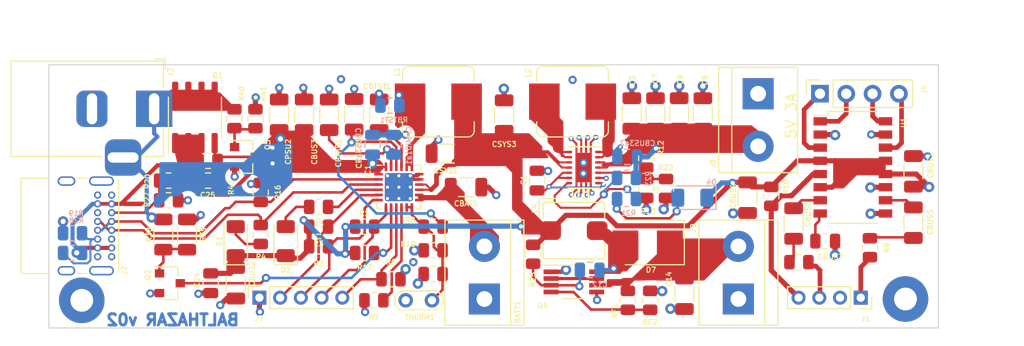
<source format=kicad_pcb>
(kicad_pcb (version 20220914) (generator pcbnew)
  (title_block (title "Balthazar PSU") (date "2022-10-11") (rev "v02") (company "Balthazar Foundation ") (comment 1 "License: CERN-OHL-S"))
  (layers (0 "F.Cu" signal) (1 "In1.Cu" power) (2 "In2.Cu" power) (31 "B.Cu" signal) (34 "B.Paste" user) (35 "F.Paste" user) (36 "B.SilkS" user "B.Silkscreen") (37 "F.SilkS" user "F.Silkscreen") (38 "B.Mask" user) (39 "F.Mask" user) (44 "Edge.Cuts" user))
  (net 0 "")
  (net 1 "PGND")
  (net 2 "Net-(CBTST1-Pad1)")
  (net 3 "Net-(BATT1-Pin_2)")
  (net 4 "VSYS")
  (net 5 "VBUS")
  (net 6 "Net-(CBUS5-Pad1)")
  (net 7 "Net-(U4-FREQ)")
  (net 8 "Net-(CBUS8-Pad1)")
  (net 9 "Net-(D7-A)")
  (net 10 "12V")
  (net 11 "Net-(Q1-G)")
  (net 12 "Net-(IC1-BTST)")
  (net 13 "Net-(U1-IN_R)")
  (net 14 "Net-(U1-VREF)")
  (net 15 "Net-(U1-IN_L)")
  (net 16 "Net-(IC1-REGN)")
  (net 17 "Net-(D1-C)")
  (net 18 "Net-(D2-C)")
  (net 19 "Net-(D4-C)")
  (net 20 "/D+")
  (net 21 "/D-")
  (net 22 "Net-(IC1-STAT)")
  (net 23 "/SCL")
  (net 24 "/SDA")
  (net 25 "/INT")
  (net 26 "/OTG")
  (net 27 "/CE")
  (net 28 "Net-(IC1-ILIM)")
  (net 29 "Net-(IC1-TS1)")
  (net 30 "Net-(IC1-SW)")
  (net 31 "Net-(J1-Pin_1)")
  (net 32 "Net-(J1-Pin_3)")
  (net 33 "Net-(J1-Pin_4)")
  (net 34 "Net-(J2-CC1)")
  (net 36 "5V")
  (net 37 "Net-(J2-CC2)")
  (net 39 "Net-(J4-Pin_1)")
  (net 40 "Net-(J4-Pin_2)")
  (net 41 "VPSU")
  (net 42 "Net-(J4-Pin_3)")
  (net 43 "POWERBANKOUT")
  (net 44 "Net-(J4-Pin_4)")
  (net 45 "Net-(Q2-G)")
  (net 46 "Net-(Q3-G)")
  (net 47 "Net-(U4-FB)")
  (net 48 "Net-(U3-EN)")
  (net 49 "Net-(U3-L1)")
  (net 50 "Net-(U3-L2)")
  (net 51 "Net-(U3-PG)")
  (net 52 "Net-(U3-FB)")
  (footprint "Capacitor_SMD:C_1206_3216Metric" (layer "F.Cu") (at 141.1 69.85 180)
    (fp_text reference "CBAT1")
    (fp_text value "10uF")
  )
  (footprint "Capacitor_SMD:C_1206_3216Metric" (layer "F.Cu") (at 132.715 62.865 -90)
    (fp_text reference "CBTST1")
    (fp_text value "1uF")
  )
  (footprint "Capacitor_SMD:C_1206_3216Metric" (layer "F.Cu") (at 184.277 68.326 -90)
    (fp_text reference "CBUS1")
    (fp_text value "10uF")
  )
  (footprint "Capacitor_SMD:C_1206_3216Metric" (layer "F.Cu") (at 118.872 79.121 -90)
    (fp_text reference "CBUS2")
    (fp_text value "1uF")
  )
  (footprint "Capacitor_SMD:C_1206_3216Metric" (layer "F.Cu") (at 125.476 62.865 -90)
    (fp_text reference "CBUS3")
    (fp_text value "1uF")
  )
  (footprint "Capacitor_SMD:C_1206_3216Metric" (layer "F.Cu") (at 168.275 70.866 90)
    (fp_text reference "CBUS4")
    (fp_text value "10uF")
  )
  (footprint "Capacitor_SMD:C_1206_3216Metric" (layer "F.Cu") (at 184.277 73.279 90)
    (fp_text reference "CBUS5")
    (fp_text value "1uF")
  )
  (footprint "Capacitor_SMD:C_0805_2012Metric" (layer "F.Cu") (at 175.768 75.057 180)
    (fp_text reference "CBUS7")
    (fp_text value "0.1uF")
  )
  (footprint "Capacitor_SMD:C_1206_3216Metric" (layer "F.Cu") (at 172.72 73.357 90)
    (fp_text reference "CBUS8")
    (fp_text value "1uF")
  )
  (footprint "Capacitor_SMD:C_1206_3216Metric" (layer "F.Cu") (at 127.889 62.865 -90)
    (fp_text reference "CPMID1")
    (fp_text value "10uF")
  )
  (footprint "Capacitor_SMD:C_1206_3216Metric" (layer "F.Cu") (at 139.2555 66.6115 180)
    (fp_text reference "CSYS1")
    (fp_text value "10uF")
  )
  (footprint "LED_SMD:LED_1206_3216Metric" (layer "F.Cu") (at 118.872 75.057 90)
    (fp_text reference "D1")
    (fp_text value "Led")
  )
  (footprint "LED_SMD:LED_1206_3216Metric" (layer "F.Cu") (at 123.698 75.057 90)
    (fp_text reference "D2")
    (fp_text value "Led")
  )
  (footprint "Resistor_SMD:R_0805_2012Metric" (layer "F.Cu") (at 121.285 74.422 -90)
    (fp_text reference "R4")
    (fp_text value "2K2")
  )
  (footprint "Resistor_SMD:R_0805_2012Metric" (layer "F.Cu") (at 126.873 71.755 180)
    (fp_text reference "R5")
    (fp_text value "2K2")
  )
  (footprint "Resistor_SMD:R_0805_2012Metric" (layer "F.Cu") (at 132.207 80.772 180)
    (fp_text reference "R7")
    (fp_text value "265")
  )
  (footprint "Resistor_SMD:R_0805_2012Metric" (layer "F.Cu") (at 137.925 73.66 180)
    (fp_text reference "R8")
    (fp_text value "2K2")
  )
  (footprint "Resistor_SMD:R_0805_2012Metric" (layer "F.Cu") (at 180.086 75.692 -90)
    (fp_text reference "R9")
    (fp_text value "2K2")
  )
  (footprint "Resistor_SMD:R_0805_2012Metric" (layer "F.Cu") (at 137.922 75.946 180)
    (fp_text reference "R10")
    (fp_text value "6K8")
  )
  (footprint "Resistor_SMD:R_0805_2012Metric" (layer "F.Cu") (at 173.228 77.089)
    (fp_text reference "R11" hide)
    (fp_text value "2K2")
  )
  (footprint "Capacitor_SMD:C_0805_2012Metric" (layer "F.Cu") (at 147.955 69.215 90)
    (fp_text reference "C1")
    (fp_text value "0.1uF" hide)
  )
  (footprint "Capacitor_SMD:C_1206_3216Metric" (layer "F.Cu") (at 157.099 62.738 90)
    (fp_text reference "C3")
    (fp_text value "22uF")
  )
  (footprint "Capacitor_SMD:C_1206_3216Metric" (layer "F.Cu") (at 163.957 62.741 90)
    (fp_text reference "C5")
    (fp_text value "22uF")
  )
  (footprint "Capacitor_SMD:C_1206_3216Metric" (layer "F.Cu") (at 159.385 62.735 90)
    (fp_text reference "C7")
    (fp_text value "22uF")
  )
  (footprint "Capacitor_SMD:C_1206_3216Metric" (layer "F.Cu") (at 161.671 62.738 90)
    (fp_text reference "C9")
    (fp_text value "22uF")
  )
  (footprint "Capacitor_SMD:C_1206_3216Metric" (layer "F.Cu") (at 123.063 62.865 -90)
    (fp_text reference "CPSU2")
    (fp_text value "1uF")
  )
  (footprint "Capacitor_SMD:C_1206_3216Metric" (layer "F.Cu") (at 144.78 62.943 90)
    (fp_text reference "CSYS3")
    (fp_text value "10uF")
  )
  (footprint "Resistor_SMD:R_0805_2012Metric" (layer "F.Cu") (at 158.496 67.056 90)
    (fp_text reference "R12")
    (fp_text value "1M")
  )
  (footprint "Resistor_SMD:R_0805_2012Metric" (layer "F.Cu") (at 158.496 69.977 90)
    (fp_text reference "R13")
    (fp_text value "180K")
  )
  (footprint "Resistor_SMD:R_0805_2012Metric" (layer "F.Cu") (at 137.922 78.232)
    (fp_text reference "THERMISTOR(103-AT)1" hide)
    (fp_text value "10K")
  )
  (footprint "Capacitor_SMD:C_1206_3216Metric" (layer "F.Cu") (at 130.302 62.816 -90)
    (fp_text reference "CREGN1")
    (fp_text value "1uF")
  )
  (footprint "Package_SO:SOP-16_4.4x10.4mm_P1.27mm" (layer "F.Cu") (at 178.435 67.945)
    (fp_text reference "U1")
    (fp_text value "PAM8403-SOP16")
  )
  (footprint "Resistor_SMD:R_0805_2012Metric" (layer "F.Cu") (at 170.561 70.739 -90)
    (fp_text reference "R18")
    (fp_text value "10K")
  )
  (footprint "Package_DFN_QFN:QFN-24-1EP_4x4mm_P0.5mm_EP2.7x2.7mm_ThermalVias" (layer "F.Cu") (at 134.62 69.85)
    (fp_text reference "IC1")
    (fp_text value "BQ24193")
  )
  (footprint "TestPoint:TestPoint_2Pads_Pitch2.54mm_Drill0.8mm" (layer "F.Cu") (at 135.275 80.772)
    (fp_text reference "THERM1")
    (fp_text value "thermistor")
  )
  (footprint "Resistor_SMD:R_0805_2012Metric" (layer "F.Cu") (at 147.574 76.327 90)
    (fp_text reference "R25")
    (fp_text value "150K")
  )
  (footprint "TerminalBlock:TerminalBlock_bornier-2_P5.08mm" (layer "F.Cu") (at 142.875 80.645 90)
    (fp_text reference "BATT1")
    (fp_text value "1s LiPo")
  )
  (footprint "TerminalBlock:TerminalBlock_bornier-2_P5.08mm" (layer "F.Cu") (at 169.291 60.833 -90)
    (fp_text reference "J8")
    (fp_text value "5V 3A")
  )
  (footprint "TerminalBlock:TerminalBlock_bornier-2_P5.08mm" (layer "F.Cu") (at 167.386 80.645 90)
    (fp_text reference "J9")
    (fp_text value "12V 2A")
  )
  (footprint "Connector_USB:USB_C_Receptacle_GCT_USB4085" (layer "F.Cu") (at 106.895 70.612 -90)
    (fp_text reference "J2")
    (fp_text value "USB_C_Receptacle_USB2.0")
  )
  (footprint "Inductor_SMD:L_Bourns_SRP7028A_7.3x6.6mm" (layer "F.Cu") (at 138.43 61.595)
    (fp_text reference "L1")
    (fp_text value "2.2uH 4A")
  )
  (footprint "Inductor_SMD:L_Bourns_SRP7028A_7.3x6.6mm" (layer "F.Cu") (at 151.384 61.595)
    (fp_text reference "L2")
    (fp_text value "1.5uH 4A")
  )
  (footprint "Connector_BarrelJack:BarrelJack_Horizontal" (layer "F.Cu") (at 110.998 62.2885)
    (fp_text reference "J3")
    (fp_text value "5-15V / 3-5A")
  )
  (footprint "Capacitor_SMD:C_0805_2012Metric" (layer "F.Cu") (at 116.459 79.121 90)
    (fp_text reference "C24")
    (fp_text value "0.1uF")
  )
  (footprint "Capacitor_SMD:C_0805_2012Metric" (layer "F.Cu") (at 116.205 69.215 180)
    (fp_text reference "C25")
    (fp_text value "1nF")
  )
  (footprint "Package_TO_SOT_SMD:SOT-23" (layer "F.Cu") (at 112.522 79.121)
    (fp_text reference "Q2")
    (fp_text value "BSS138")
  )
  (footprint "Package_TO_SOT_SMD:SOT-23" (layer "F.Cu") (at 119.761 66.929)
    (fp_text reference "Q3")
    (fp_text value "BSS138")
  )
  (footprint "Resistor_SMD:R_0805_2012Metric" (layer "F.Cu") (at 112.395 69.215)
    (fp_text reference "R20")
    (fp_text value "56K")
  )
  (footprint "Resistor_SMD:R_0805_2012Metric" (layer "F.Cu") (at 112.395 71.12 180)
    (fp_text reference "R27")
    (fp_text value "5K1")
  )
  (footprint "Resistor_SMD:R_0805_2012Metric" (layer "F.Cu") (at 118.745 63.246 -90)
    (fp_text reference "R40")
    (fp_text value "262K")
  )
  (footprint "Resistor_SMD:R_0805_2012Metric" (layer "F.Cu") (at 120.777 63.246 90)
    (fp_text reference "R41")
    (fp_text value "100K")
  )
  (footprint "Resistor_SMD:R_0805_2012Metric" (layer "F.Cu") (at 116.205 67.31)
    (fp_text reference "R42")
    (fp_text value "10K")
  )
  (footprint "Resistor_SMD:R_0805_2012Metric" (layer "F.Cu") (at 131.318 73.66 180)
    (fp_text reference "R1")
    (fp_text value "10K")
  )
  (footprint "Resistor_SMD:R_0805_2012Metric" (layer "F.Cu") (at 126.873 75.565 180)
    (fp_text reference "R2")
    (fp_text value "10K")
  )
  (footprint "Resistor_SMD:R_0805_2012Metric" (layer "F.Cu") (at 126.873 73.66 180)
    (fp_text reference "R3")
    (fp_text value "10K")
  )
  (footprint "Resistor_SMD:R_0805_2012Metric" (layer "F.Cu") (at 133.855 78.74)
    (fp_text reference "R6")
    (fp_text value "10K")
  )
  (footprint "Resistor_SMD:R_0805_2012Metric" (layer "F.Cu") (at 121.285 70.358 -90)
    (fp_text reference "R16")
    (fp_text value "10K")
  )
  (footprint "Resistor_SMD:R_0805_2012Metric" (layer "F.Cu") (at 131.315 76.2 180)
    (fp_text reference "R17")
    (fp_text value "10K")
  )
  (footprint "Connector_PinSocket_2.54mm:PinSocket_1x04_P2.54mm_Vertical" (layer "F.Cu") (at 175.26 60.833 90)
    (fp_text reference "J4")
    (fp_text value "AudioOUT")
  )
  (footprint "Connector_PinSocket_2.00mm:PinSocket_1x05_P2.00mm_Vertical" (layer "F.Cu") (at 121.158 80.518 90)
    (fp_text reference "J7")
    (fp_text value "uC host")
  )
  (footprint "Connector_PinSocket_2.00mm:PinSocket_1x04_P2.00mm_Vertical" (layer "F.Cu") (at 179.197 80.518 -90)
    (fp_text reference "J1")
    (fp_text value "AudioIN")
  )
  (footprint "Resistor_SMD:R_1206_3216Metric" (layer "F.Cu") (at 111.887 74.422 -90)
    (fp_text reference "R38")
    (fp_text value "120K")
  )
  (footprint "Resistor_SMD:R_1206_3216Metric" (layer "F.Cu") (at 114.173 74.422 90)
    (fp_text reference "R39")
    (fp_text value "49K9")
  )
  (footprint "MountingHole:MountingHole_2.2mm_M2_Pad" (layer "F.Cu") (at 104.013 80.772)
    (fp_text reference "H3" hide)
    (fp_text value "hole" hide)
  )
  (footprint "MountingHole:MountingHole_2.2mm_M2_Pad" (layer "F.Cu") (at 183.515 80.645 180)
    (fp_text reference "H4" hide)
    (fp_text value "MountingHole_Pad" hide)
  )
  (footprint "Package_SO:SOIC-8_3.9x4.9mm_P1.27mm" (layer "F.Cu") (at 114.935 63.119 90)
    (fp_text reference "Q1")
    (fp_text value "IRF7404")
  )
  (footprint "Capacitor_SMD:C_1206_3216Metric" (layer "F.Cu") (at 162.179 80.137 -90)
    (fp_text reference "C14")
    (fp_text value "22uF")
  )
  (footprint "Resistor_SMD:R_0805_2012Metric" (layer "F.Cu") (at 158.877 80.772 -90)
    (fp_text reference "RF2")
    (fp_text value "100K")
  )
  (footprint "Resistor_SMD:R_0805_2012Metric" (layer "F.Cu") (at 156.718 80.772 90)
    (fp_text reference "RF1")
    (fp_text value "820K")
  )
  (footprint "Inductor_SMD:L_Bourns_SRP5030T" (layer "F.Cu") (at 151.511 74.041)
    (fp_text reference "L4")
    (fp_text value "4.7uH 2A")
  )
  (footprint "Diode_SMD:D_SMB" (layer "F.Cu") (at 158.623 75.184 180)
    (fp_text reference "D7")
    (fp_text value "B320")
  )
  (footprint "Resistor_SMD:R_0805_2012Metric" (layer "F.Cu") (at 160.401 69.977 90)
    (fp_text reference "R22")
    (fp_text value "270K")
  )
  (footprint "TPS63020:QFN14-3X4MM" (layer "F.Cu") (at 152.45 67.9575 180)
    (fp_text reference "U3")
    (fp_text value "TPS63020")
  )
  (footprint "Package_SO:VSSOP-8_3.0x3.0mm_P0.65mm" (layer "F.Cu") (at 151.511 78.994)
    (fp_text reference "U4")
    (fp_text value "LM2623")
  )
  (footprint "LED_SMD:LED_1206_3216Metric" (layer "B.Cu") (at 162.941 70.866 180)
    (fp_text reference "D4")
    (fp_text value "Led")
  )
  (footprint "Resistor_SMD:R_0805_2012Metric" (layer "B.Cu") (at 156.591 70.993)
    (fp_text reference "R21")
    (fp_text value "2K2")
  )
  (footprint "Resistor_SMD:R_0805_2012Metric" (layer "B.Cu") (at 156.591 68.961)
    (fp_text reference "R23")
    (fp_text value "1M")
  )
  (footprint "Resistor_SMD:R_0805_2012Metric" (layer "B.Cu") (at 133.7545 61.976)
    (fp_text reference "RBTST1")
    (fp_text value "R")
  )
  (footprint "Capacitor_SMD:C_0805_2012Metric" (layer "B.Cu") (at 132.08 65.7605 -90)
    (fp_text reference "CBUS3a1")
    (fp_text value "0.1uF")
  )
  (footprint "Capacitor_SMD:C_0805_2012Metric" (layer "B.Cu") (at 156.652 66.929)
    (fp_text reference "CBUS3a2")
    (fp_text value "0.1uF")
  )
  (footprint "Capacitor_SMD:C_0805_2012Metric" (layer "B.Cu") (at 134.112 65.7605 -90)
    (fp_text reference "CPMID1a1")
    (fp_text value "0.1uF")
  )
  (footprint "Resistor_SMD:R_0805_2012Metric" (layer "B.Cu") (at 103.124 74.295)
    (fp_text reference "R19")
    (fp_text value "5K1")
  )
  (footprint "Resistor_SMD:R_0805_2012Metric" (layer "B.Cu") (at 103.124 76.2)
    (fp_text reference "R28")
    (fp_text value "56K")
  )
  (footprint "Capacitor_SMD:C_0805_2012Metric" (layer "B.Cu") (at 153.035 77.851)
    (fp_text reference "C12")
    (fp_text value "4.7pF")
  )
  (gr_line (start 186.69 58.039) (end 100.838 58.039) (stroke (width 0.1)) (layer "Edge.Cuts"))
  (gr_line (start 100.838 83.439) (end 186.69 83.439) (stroke (width 0.1)) (layer "Edge.Cuts"))
  (gr_line (start 186.69 83.439) (end 186.69 58.039) (stroke (width 0.1)) (layer "Edge.Cuts"))
  (gr_line (start 100.838 58.039) (end 100.838 83.439) (stroke (width 0.1)) (layer "Edge.Cuts"))
  (gr_text "BALTHAZAR v02" (at 112.79 82.67) (layer "B.Cu") (effects (font (size 1.1 1.1) (thickness 0.275)) (justify mirror)))
  (segment (start 166.919 72.341) (end 166.88 72.38) (width 0.5) (layer "F.Cu") (net 1))
  (segment (start 175.285 64.775) (end 176.675 64.775) (width 0.5) (layer "F.Cu") (net 1))
  (segment (start 136.114 75.946) (end 136.11 75.95) (width 0.4) (layer "F.Cu") (net 1))
  (segment (start 118.761 67.879) (end 118.761 68.831) (width 0.5) (layer "F.Cu") (net 1))
  (segment (start 163.957 60.103) (end 163.96 60.1) (width 0.5) (layer "F.Cu") (net 1))
  (segment (start 160.0095 79.8595) (end 160.03 79.88) (width 0.5) (layer "F.Cu") (net 1))
  (segment (start 158.877 79.8595) (end 160.0095 79.8595) (width 0.5) (layer "F.Cu") (net 1))
  (segment (start 168.275 72.341) (end 166.919 72.341) (width 0.5) (layer "F.Cu") (net 1))
  (segment (start 130.302 61.341) (end 130.302 60.368) (width 0.5) (layer "F.Cu") (net 1))
  (segment (start 136.4325 68.75) (end 135.72 68.75) (width 0.3) (layer "F.Cu") (net 1))
  (segment (start 154.58287 68.9575) (end 154.625094 68.999724) (width 0.2) (layer "F.Cu") (net 1))
  (segment (start 159.385 60.095) (end 159.39 60.09) (width 0.5) (layer "F.Cu") (net 1))
  (segment (start 152.22 69.67) (end 152.22 70.37) (width 0.2) (layer "F.Cu") (net 1))
  (segment (start 123.063 61.39) (end 123.063 60.267) (width 0.5) (layer "F.Cu") (net 1))
  (segment (start 160.401 70.8895) (end 160.401 71.759) (width 0.5) (layer "F.Cu") (net 1))
  (segment (start 120.777 61.213) (end 120.8 61.19) (width 0.5) (layer "F.Cu") (net 1))
  (segment (start 136.07 69.1) (end 135.72 68.75) (width 0.3) (layer "F.Cu") (net 1))
  (segment (start 137.0095 75.946) (end 136.114 75.946) (width 0.4) (layer "F.Cu") (net 1))
  (segment (start 159.385 61.26) (end 159.385 60.095) (width 0.5) (layer "F.Cu") (net 1))
  (segment (start 152.22 66.245) (end 152.22 65.3) (width 0.2) (layer "F.Cu") (net 1))
  (segment (start 152.68 65.25) (end 152.85 65.08) (width 0.2) (layer "F.Cu") (net 1))
  (segment (start 151.76 70.08) (end 151.26 70.58) (width 0.2) (layer "F.Cu") (net 1))
  (segment (start 181.585 64.775) (end 180.218 64.775) (width 0.5) (layer "F.Cu") (net 1))
  (segment (start 158.496 70.8895) (end 158.496 72.021839) (width 0.5) (layer "F.Cu") (net 1))
  (segment (start 111.522 80.071) (end 110.659 80.071) (width 0.5) (layer "F.Cu") (net 1))
  (segment (start 181.585 72.395) (end 180.165 72.395) (width 0.5) (layer "F.Cu") (net 1))
  (segment (start 131.2945 80.772) (end 131.2945 81.8345) (width 0.5) (layer "F.Cu") (net 1))
  (segment (start 181.585 69.855) (end 180.155 69.855) (width 0.5) (layer "F.Cu") (net 1))
  (segment (start 144.78 61.468) (end 144.78 60.38) (width 0.5) (layer "F.Cu") (net 1))
  (segment (start 136.5825 68.6) (end 136.4325 68.75) (width 0.3) (layer "F.Cu") (net 1))
  (segment (start 163.957 61.266) (end 163.957 60.103) (width 0.5) (layer "F.Cu") (net 1))
  (segment (start 127.889 61.39) (end 127.889 60.351) (width 0.5) (layer "F.Cu") (net 1))
  (segment (start 160.862 81.612) (end 160.83 81.58) (width 0.5) (layer "F.Cu") (net 1))
  (segment (start 176.718 75.057) (end 176.718 76.392) (width 0.5) (layer "F.Cu") (net 1))
  (segment (start 162.179 81.612) (end 160.862 81.612) (width 0.5) (layer "F.Cu") (net 1))
  (segment (start 121.158 80.518) (end 121.158 81.838) (width 0.5) (layer "F.Cu") (net 1))
  (segment (start 142.575 69.85) (end 143.256 69.85) (width 0.5) (layer "F.Cu") (net 1))
  (segment (start 120.455164 69.4455) (end 120.355408 69.545256) (width 0.5) (layer "F.Cu") (net 1))
  (segment (start 152.68 69.67) (end 152.68 70.49) (width 0.2) (layer "F.Cu") (net 1))
  (segment (start 148.995 68.265) (end 149.02 68.29) (width 0.5) (layer "F.Cu") (net 1))
  (segment (start 151.76 65.67) (end 151.25 65.16) (width 0.2) (layer "F.Cu") (net 1))
  (segment (start 120.777 62.3335) (end 120.777 61.213) (width 0.5) (layer "F.Cu") (net 1))
  (segment (start 149.311 78.019) (end 150.546244 78.019) (width 0.4) (layer "F.Cu") (net 1))
  (segment (start 121.158 81.838) (end 121.21 81.89) (width 0.5) (layer "F.Cu") (net 1))
  (segment (start 143.256 69.85) (end 144.018 70.612) (width 0.5) (layer "F.Cu") (net 1))
  (segment (start 115.339 80.071) (end 115.27 80.14) (width 0.5) (layer "F.Cu") (net 1))
  (segment (start 152.68 70.49) (end 152.8 70.61) (width 0.2) (layer "F.Cu") (net 1))
  (segment (start 137.0095 78.6005) (end 136.46 79.15) (width 0.4) (layer "F.Cu") (net 1))
  (segment (start 153.14 65.53) (end 153.62 65.05) (width 0.2) (layer "F.Cu") (net 1))
  (segment (start 153.85 68.9575) (end 154.58287 68.9575) (width 0.2) (layer "F.Cu") (net 1))
  (segment (start 134.7675 78.2725) (end 135.27 77.77) (width 0.4) (layer "F.Cu") (net 1))
  (segment (start 116.459 80.071) (end 115.339 80.071) (width 0.5) (layer "F.Cu") (net 1))
  (segment (start 152.22 70.37) (end 151.98 70.61) (width 0.2) (layer "F.Cu") (net 1))
  (segment (start 147.955 68.265) (end 148.995 68.265) (width 0.5) (layer "F.Cu") (net 1))
  (segment (start 131.2945 81.8345) (end 131.36 81.9) (width 0.5) (layer "F.Cu") (net 1))
  (segment (start 125.476 61.39) (end 125.476 60.336) (width 0.5) (layer "F.Cu") (net 1))
  (segment (start 136.5825 69.1) (end 136.07 69.1) (width 0.3) (layer "F.Cu") (net 1))
  (segment (start 137.7805 65.9275) (end 138.43 65.278) (width 0.5) (layer "F.Cu") (net 1))
  (segment (start 153.711 79.969) (end 153.711 80.701) (width 0.3) (layer "F.Cu") (net 1))
  (segment (start 151.76 66.245) (end 151.76 65.67) (width 0.2) (layer "F.Cu") (net 1))
  (segment (start 137.0095 78.232) (end 137.0095 78.6005) (width 0.4) (layer "F.Cu") (net 1))
  (segment (start 153.14 70.300906) (end 153.251 70.411906) (width 0.2) (layer "F.Cu") (net 1))
  (segment (start 157.099 60.111) (end 157.12 60.09) (width 0.5) (layer "F.Cu") (net 1))
  (segment (start 134.7675 78.74) (end 134.7675 78.2725) (width 0.4) (layer "F.Cu") (net 1))
  (segment (start 185.601 66.851) (end 185.64 66.89) (width 0.5) (layer "F.Cu") (net 1))
  (segment (start 127.889 60.351) (end 127.89 60.35) (width 0.5) (layer "F.Cu") (net 1))
  (segment (start 150.546244 78.019) (end 150.745744 77.8195) (width 0.4) (layer "F.Cu") (net 1))
  (segment (start 153.711 80.701) (end 153.75 80.74) (width 0.3) (layer "F.Cu") (net 1))
  (segment (start 125.476 60.336) (end 125.4 60.26) (width 0.5) (layer "F.Cu") (net 1))
  (segment (start 110.659 80.071) (end 110.62 80.11) (width 0.5) (layer "F.Cu") (net 1))
  (segment (start 180.155 69.855) (end 180.13 69.88) (width 0.5) (layer "F.Cu") (net 1))
  (segment (start 118.872 80.596) (end 118.014 80.596) (width 0.5) (layer "F.Cu") (net 1))
  (segment (start 152.22 65.3) (end 152 65.08) (width 0.2) (layer "F.Cu") (net 1))
  (segment (start 123.063 60.267) (end 123.07 60.26) (width 0.5) (layer "F.Cu") (net 1))
  (segment (start 184.277 66.851) (end 185.601 66.851) (width 0.5) (layer "F.Cu") (net 1))
  (segment (start 157.099 61.263) (end 157.099 60.111) (width 0.5) (layer "F.Cu") (net 1))
  (segment (start 153.14 66.245) (end 153.14 65.53) (width 0.2) (layer "F.Cu") (net 1))
  (segment (start 160.401 71.759) (end 160.18 71.98) (width 0.5) (layer "F.Cu") (net 1))
  (segment (start 137.7805 66.6115) (end 137.7805 65.9275) (width 0.5) (layer "F.Cu") (net 1))
  (segment (start 152.68 66.245) (end 152.68 65.25) (width 0.2) (layer "F.Cu") (net 1))
  (segment (start 118.014 80.596) (end 117.38 81.23) (width 0.5) (layer "F.Cu") (net 1))
  (segment (start 118.761 68.831) (end 118.77 68.84) (width 0.5) (layer "F.Cu") (net 1))
  (segment (start 180.218 64.775) (end 180.213 64.77) (width 0.5) (layer "F.Cu") (net 1))
  (segment (start 113.3075 71.12) (end 114.26 71.12) (width 0.5) (layer "F.Cu") (net 1))
  (segment (start 158.496 72.021839) (end 158.508711 72.03455) (width 0.5) (layer "F.Cu") (net 1))
  (segment (start 153.14 69.67) (end 153.14 70.300906) (width 0.2) (layer "F.Cu") (net 1))
  (segment (start 121.285 69.4455) (end 120.455164 69.4455) (width 0.5) (layer "F.Cu") (net 1))
  (segment (start 151.76 69.67) (end 151.76 70.08) (width 0.2) (layer "F.Cu") (net 1))
  (segment (start 176.675 64.775) (end 176.72 64.82) (width 0.5) (layer "F.Cu") (net 1))
  (segment (start 161.671 60.091) (end 161.67 60.09) (width 0.5) (layer "F.Cu") (net 1))
  (segment (start 176.718 76.392) (end 176.71 76.4) (width 0.5) (layer "F.Cu") (net 1))
  (segment (start 144.78 60.38) (end 144.75 60.35) (width 0.5) (layer "F.Cu") (net 1))
  (segment (start 180.165 72.395) (end 180.15 72.41) (width 0.5) (layer "F.Cu") (net 1))
  (segment (start 161.671 61.263) (end 161.671 60.091) (width 0.5) (layer "F.Cu") (net 1))
  (segment (start 130.302 60.368) (end 130.31 60.36) (width 0.5) (layer "F.Cu") (net 1))
  (segment (start 115.0705 72.9595) (end 115.49 72.54) (width 0.5) (layer "F.Cu") (net 1))
  (segment (start 114.173 72.9595) (end 115.0705 72.9595) (width 0.5) (layer "F.Cu") (net 1))
  (via (at 180.213 64.77) (size 0.8) (drill 0.4) (layers "F.Cu" "B.Cu") (net 1))
  (via (at 151.384 59.4995) (size 0.8) (drill 0.4) (layers "F.Cu" "B.Cu") (net 1))
  (via (at 138.43 65.278) (size 0.8) (drill 0.4) (layers "F.Cu" "B.Cu") (net 1))
  (via (at 161.67 60.09) (size 1) (drill 0.5) (layers "F.Cu" "B.Cu") (net 1))
  (via (at 160.83 81.58) (size 1) (drill 0.5) (layers "F.Cu" "B.Cu") (net 1))
  (via (at 115.27 80.14) (size 0.8) (drill 0.4) (layers "F.Cu" "B.Cu") (net 1))
  (via (at 185.64 66.89) (size 0.8) (drill 0.4) (layers "F.Cu" "B.Cu") (net 1))
  (via (at 144.018 70.612) (size 0.8) (drill 0.4) (layers "F.Cu" "B.Cu") (net 1))
  (via (at 151.26 70.58) (size 0.5) (drill 0.25) (layers "F.Cu" "B.Cu") (net 1))
  (via (at 102.21 73.16) (size 1) (drill 0.5) (layers "F.Cu" "B.Cu") (net 1))
  (via (at 123.07 60.26) (size 0.8) (drill 0.4) (layers "F.Cu" "B.Cu") (net 1))
  (via (at 166.88 72.38) (size 1) (drill 0.5) (layers "F.Cu" "B.Cu") (net 1))
  (via (at 159.39 60.09) (size 1) (drill 0.5) (layers "F.Cu" "B.Cu") (net 1))
  (via (at 136.017 77.089) (size 0.8) (drill 0.4) (layers "F.Cu" "B.Cu") (net 1))
  (via (at 153.62 65.05) (size 0.5) (drill 0.25) (layers "F.Cu" "B.Cu") (net 1))
  (via (at 152.8 70.61) (size 0.5) (drill 0.25) (layers "F.Cu" "B.Cu") (net 1))
  (via (at 120.8 61.19) (size 0.8) (drill 0.4) (layers "F.Cu" "B.Cu") (net 1))
  (via (at 136.46 79.15) (size 1) (drill 0.5) (layers "F.Cu" "B.Cu") (net 1))
  (via (at 163.96 60.1) (size 1) (drill 0.5) (layers "F.Cu" "B.Cu") (net 1))
  (via (at 153.75 80.74) (size 0.8) (drill 0.4) (layers "F.Cu" "B.Cu") (net 1))
  (via (at 180.15 72.41) (size 1) (drill 0.5) (layers "F.Cu" "B.Cu") (net 1))
  (via (at 152.45 67.49) (size 0.8) (drill 0.4) (layers "F.Cu" "B.Cu") (net 1))
  (via (at 152 65.08) (size 0.5) (drill 0.25) (layers "F.Cu" "B.Cu") (net 1))
  (via (at 144.75 60.35) (size 1) (drill 0.5) (layers "F.Cu" "B.Cu") (net 1))
  (via (at 152.85 65.08) (size 0.5) (drill 0.25) (layers "F.Cu" "B.Cu") (net 1))
  (via (at 121.21 81.89) (size 0.8) (drill 0.4) (layers "F.Cu" "B.Cu") (net 1))
  (via (at 135.25 64.8) (size 0.8) (drill 0.4) (layers "F.Cu" "B.Cu") (net 1))
  (via (at 157.12 60.09) (size 1) (drill 0.5) (layers "F.Cu" "B.Cu") (net 1))
  (via (at 151.98 70.61) (size 0.5) (drill 0.25) (layers "F.Cu" "B.Cu") (net 1))
  (via (at 114.26 71.12) (size 0.8) (drill 0.4) (layers "F.Cu" "B.Cu") (net 1))
  (via (at 127.89 60.35) (size 0.8) (drill 0.4) (layers "F.Cu" "B.Cu") (net 1))
  (via (at 158.508711 72.03455) (size 1) (drill 0.5) (layers "F.Cu" "B.Cu") (net 1))
  (via (at 152.43 68.53) (size 0.8) (drill 0.4) (layers "F.Cu" "B.Cu") (net 1))
  (via (at 154.625094 68.999724) (size 0.5) (drill 0.25) (layers "F.Cu" "B.Cu") (net 1))
  (via (at 136.11 75.95) (size 1) (drill 0.5) (layers "F.Cu" "B.Cu") (net 1))
  (via (at 130.31 60.36) (size 0.8) (drill 0.4) (layers "F.Cu" "B.Cu") (net 1))
  (via (at 129.032 59.436) (size 0.8) (drill 0.4) (layers "F.Cu" "B.Cu") (net 1))
  (via (at 155.99 65.97) (size 0.5) (drill 0.25) (layers "F.Cu" "B.Cu") (net 1))
  (via (at 153.251 70.411906) (size 0.5) (drill 0.25) (layers "F.Cu" "B.Cu") (net 1))
  (via (at 131.36 81.9) (size 0.8) (drill 0.4) (layers "F.Cu" "B.Cu") (net 1))
  (via (at 150.745744 77.8195) (size 1) (drill 0.5) (layers "F.Cu" "B.Cu") (net 1))
  (via (at 118.77 68.84) (size 0.8) (drill 0.4) (layers "F.Cu" "B.Cu") (net 1))
  (via (at 110.62 80.11) (size 0.8) (drill 0.4) (layers "F.Cu" "B.Cu") (net 1))
  (via (at 160.03 79.88) (size 1) (drill 0.5) (layers "F.Cu" "B.Cu") (net 1))
  (via (at 135.27 77.77) (size 1) (drill 0.5) (layers "F.Cu" "B.Cu") (net 1))
  (via (at 120.355408 69.545256) (size 0.8) (drill 0.4) (layers "F.Cu" "B.Cu") (net 1))
  (via (at 125.4 60.26) (size 0.8) (drill 0.4) (layers "F.Cu" "B.Cu") (net 1))
  (via (at 151.25 65.16) (size 0.5) (drill 0.25) (layers "F.Cu" "B.Cu") (net 1))
  (via (at 176.72 64.82) (size 1) (drill 0.5) (layers "F.Cu" "B.Cu") (net 1))
  (via (at 160.18 71.98) (size 1) (drill 0.5) (layers "F.Cu" "B.Cu") (net 1))
  (via (at 180.13 69.88) (size 1) (drill 0.5) (layers "F.Cu" "B.Cu") (net 1))
  (via (at 176.71 76.4) (size 1) (drill 0.5) (layers "F.Cu" "B.Cu") (net 1))
  (via (at 117.38 81.23) (size 0.8) (drill 0.4) (layers "F.Cu" "B.Cu") (net 1))
  (via (at 115.49 72.54) (size 0.8) (drill 0.4) (layers "F.Cu" "B.Cu") (net 1))
  (via (at 149.02 68.29) (size 0.8) (drill 0.4) (layers "F.Cu" "B.Cu") (net 1))
  (segment (start 135.2395 64.8105) (end 135.25 64.8) (width 0.5) (layer "B.Cu") (net 1))
  (segment (start 102.2115 74.295) (end 102.2115 73.1615) (width 0.4) (layer "B.Cu") (net 1))
  (segment (start 155.702 66.929) (end 155.702 66.258) (width 0.5) (layer "B.Cu") (net 1))
  (segment (start 134.112 64.8105) (end 135.2395 64.8105) (width 0.5) (layer "B.Cu") (net 1))
  (segment (start 132.08 64.8105) (end 134.112 64.8105) (width 0.5) (layer "B.Cu") (net 1))
  (segment (start 155.702 66.258) (end 155.99 65.97) (width 0.5) (layer "B.Cu") (net 1))
  (segment (start 102.2115 73.1615) (end 102.21 73.16) (width 0.4) (layer "B.Cu") (net 1))
  (segment (start 132.728 60.846) (end 132.715 60.833) (width 0.25) (layer "F.Cu") (net 2))
  (segment (start 132.715 60.833) (end 132.715 61.722) (width 0.25) (layer "F.Cu") (net 2))
  (via (at 132.715 60.833) (size 0.8) (drill 0.4) (layers "F.Cu" "B.Cu") (net 2))
  (segment (start 132.715 61.849) (end 132.842 61.976) (width 0.25) (layer "B.Cu") (net 2))
  (segment (start 132.715 60.833) (end 132.715 61.849) (width 0.25) (layer "B.Cu") (net 2))
  (segment (start 136.5575 70.739) (end 139.5915 70.739) (width 0.25) (layer "F.Cu") (net 3))
  (segment (start 149.14 66.74) (end 148.94 66.54) (width 0.2) (layer "F.Cu") (net 4))
  (segment (start 176.705 67.305) (end 177.07 67.67) (width 0.5) (layer "F.Cu") (net 4))
  (segment (start 170.561 69.8265) (end 173.0825 67.305) (width 0.5) (layer "F.Cu") (net 4))
  (segment (start 136.5825 69.6) (end 137.24 69.6) (width 0.2) (layer "F.Cu") (net 4))
  (segment (start 125.9605 73.66) (end 125.9605 75.565) (width 0.5) (layer "F.Cu") (net 4))
  (segment (start 168.275 69.391) (end 166.879 69.391) (width 0.5) (layer "F.Cu") (net 4))
  (segment (start 175.285 67.305) (end 176.705 67.305) (width 0.5) (layer "F.Cu") (net 4))
  (segment (start 147.8875 75.4145) (end 149.261 74.041) (width 0.5) (layer "F.Cu") (net 4))
  (segment (start 184.277 69.801) (end 185.761 69.801) (width 0.5) (layer "F.Cu") (net 4))
  (segment (start 151.05 67.9575) (end 150.3575 67.9575) (width 0.2) (layer "F.Cu") (net 4))
  (segment (start 184.545 68.585) (end 185.79 69.83) (width 0.5) (layer "F.Cu") (net 4))
  (segment (start 140.7305 66.6115) (end 139.96 67.382) (width 0.45) (layer "F.Cu") (net 4))
  (segment (start 168.7105 69.8265) (end 168.275 69.391) (width 0.5) (layer "F.Cu") (net 4))
  (segment (start 170.561 69.8265) (end 168.7105 69.8265) (width 0.5) (layer "F.Cu") (net 4))
  (segment (start 150.3575 67.9575) (end 149.14 66.74) (width 0.2) (layer "F.Cu") (net 4))
  (segment (start 175.285 69.855) (end 176.435 69.855) (width 0.5) (layer "F.Cu") (net 4))
  (segment (start 177.07 69.22) (end 177.07 67.67) (width 0.5) (layer "F.Cu") (net 4))
  (segment (start 166.83 69.44) (end 166.72 69.44) (width 0.5) (layer "F.Cu") (net 4))
  (segment (start 147.574 75.4145) (end 147.8875 75.4145) (width 0.5) (layer "F.Cu") (net 4))
  (segment (start 118.872 77.646) (end 118.872 76.457) (width 0.5) (layer "F.Cu") (net 4))
  (segment (start 130.4055 73.66) (end 129.5 73.66) (width 0.5) (layer "F.Cu") (net 4))
  (segment (start 138.25 69.59) (end 137.74 70.1) (width 0.45) (layer "F.Cu") (net 4))
  (segment (start 125.44 73.1395) (end 125.9605 73.66) (width 0.5) (layer "F.Cu") (net 4))
  (segment (start 136.5825 70.1) (end 137.74 70.1) (width 0.2) (layer "F.Cu") (net 4))
  (segment (start 140.7305 66.6115) (end 140.26 67.082) (width 0.5) (layer "F.Cu") (net 4))
  (segment (start 116.459 78.171) (end 118.347 78.171) (width 0.5) (layer "F.Cu") (net 4))
  (segment (start 123.698 76.457) (end 118.872 76.457) (width 0.5) (layer "F.Cu") (net 4))
  (segment (start 173.0825 67.305) (end 175.285 67.305) (width 0.5) (layer "F.Cu") (net 4))
  (segment (start 139.96 67.382) (end 139.96 67.68359) (width 0.45) (layer "F.Cu") (net 4))
  (segment (start 148.87 73.65) (end 149.261 74.041) (width 0.5) (layer "F.Cu") (net 4))
  (segment (start 185.761 69.801) (end 185.79 69.83) (width 0.5) (layer "F.Cu") (net 4))
  (segment (start 125.11 76.7) (end 123.941 76.7) (width 0.5) (layer "F.Cu") (net 4))
  (segment (start 148.94 66.54) (end 148.18 66.54) (width 0.2) (layer "F.Cu") (net 4))
  (segment (start 118.347 78.171) (end 118.872 77.646) (width 0.5) (layer "F.Cu") (net 4))
  (segment (start 137.24 69.6) (end 137.74 70.1) (width 0.2) (layer "F.Cu") (net 4))
  (segment (start 162.576 73.584) (end 155.654 73.584) (width 0.5) (layer "F.Cu") (net 4))
  (segment (start 139.27641 67.68359) (end 138.25 68.71) (width 0.45) (layer "F.Cu") (net 4))
  (segment (start 130.4025 76.2) (end 129.51 76.2) (width 0.5) (layer "F.Cu") (net 4))
  (segment (start 181.585 68.585) (end 184.545 68.585) (width 0.5) (layer "F.Cu") (net 4))
  (segment (start 129.5 73.66) (end 129.47 73.69) (width 0.5) (layer "F.Cu") (net 4))
  (segment (start 166.72 69.44) (end 162.576 73.584) (width 0.5) (layer "F.Cu") (net 4))
  (segment (start 149.41 66.78) (end 149.02 66.39) (width 0.2) (layer "F.Cu") (net 4))
  (segment (start 155.654 73.584) (end 154.64 72.57) (width 0.5) (layer "F.Cu") (net 4))
  (segment (start 129.51 76.2) (end 129.43 76.28) (width 0.5) (layer "F.Cu") (net 4))
  (segment (start 150.0875 67.4575) (end 149.41 66.78) (width 0.2) (layer "F.Cu") (net 4))
  (segment (start 146.41 73.65) (end 148.87 73.65) (width 0.5) (layer "F.Cu") (net 4))
  (segment (start 123.941 76.7) (end 123.698 76.457) (width 0.5) (layer "F.Cu") (net 4))
  (segment (start 125.9605 75.8495) (end 125.11 76.7) (width 0.5) (layer "F.Cu") (net 4))
  (segment (start 154.64 72.57) (end 150.732 72.57) (width 0.5) (layer "F.Cu") (net 4))
  (segment (start 125.44 73.04) (end 125.44 73.1395) (width 0.5) (layer "F.Cu") (net 4))
  (segment (start 138.25 68.71) (end 138.25 69.59) (width 0.45) (layer "F.Cu") (net 4))
  (segment (start 166.879 69.391) (end 166.83 69.44) (width 0.5) (layer "F.Cu") (net 4))
  (segment (start 150.732 72.57) (end 149.261 74.041) (width 0.5) (layer "F.Cu") (net 4))
  (segment (start 149.02 66.39) (end 148.21 66.39) (width 0.2) (layer "F.Cu") (net 4))
  (segment (start 151.05 67.4575) (end 150.0875 67.4575) (width 0.2) (layer "F.Cu") (net 4))
  (segment (start 125.9605 75.565) (end 125.9605 75.8495) (width 0.5) (layer "F.Cu") (net 4))
  (segment (start 176.435 69.855) (end 177.07 69.22) (width 0.5) (layer "F.Cu") (net 4))
  (segment (start 139.96 67.68359) (end 139.27641 67.68359) (width 0.45) (layer "F.Cu") (net 4))
  (via (at 166.83 69.44) (size 0.8) (drill 0.4) (layers "F.Cu" "B.Cu") (net 4))
  (via (at 185.79 69.83) (size 1) (drill 0.5) (layers "F.Cu" "B.Cu") (net 4))
  (via (at 129.47 73.69) (size 0.8) (drill 0.4) (layers "F.Cu" "B.Cu") (net 4))
  (via (at 129.43 76.28) (size 0.8) (drill 0.4) (layers "F.Cu" "B.Cu") (net 4))
  (via (at 146.41 73.65) (size 0.8) (drill 0.4) (layers "F.Cu" "B.Cu") (net 4))
  (via (at 125.44 73.04) (size 0.8) (drill 0.4) (layers "F.Cu" "B.Cu") (net 4))
  (segment (start 129.43 76.28) (end 128.68 76.28) (width 0.5) (layer "B.Cu") (net 4))
  (segment (start 129.545 73.615) (end 146.375 73.615) (width 0.5) (layer "B.Cu") (net 4))
  (segment (start 128.68 76.28) (end 125.44 73.04) (width 0.5) (layer "B.Cu") (net 4))
  (segment (start 166.83 69.44) (end 165.767 69.44) (width 0.5) (layer "B.Cu") (net 4))
  (segment (start 129.47 73.69) (end 129.545 73.615) (width 0.5) (layer "B.Cu") (net 4))
  (segment (start 146.375 73.615) (end 146.41 73.65) (width 0.5) (layer "B.Cu") (net 4))
  (segment (start 129.48 76.23) (end 129.43 76.28) (width 0.5) (layer "B.Cu") (net 4))
  (segment (start 129.48 73.71) (end 129.48 76.23) (width 0.5) (layer "B.Cu") (net 4))
  (segment (start 165.767 69.44) (end 164.341 70.866) (width 0.5) (layer "B.Cu") (net 4))
  (segment (start 103.988 75.712) (end 105.545 75.712) (width 0.4) (layer "F.Cu") (net 5))
  (segment (start 118.19 70.58) (end 121.041 67.729) (width 0.4) (layer "F.Cu") (net 5))
  (segment (start 116.4 70.58) (end 118.19 70.58) (width 0.4) (layer "F.Cu") (net 5))
  (segment (start 115.255 69.215) (end 115.255 69.435) (width 0.4) (layer "F.Cu") (net 5))
  (segment (start 103.52 76.18) (end 103.988 75.712) (width 0.4) (layer "F.Cu") (net 5))
  (segment (start 105.497 71.462) (end 106.847 71.462) (width 0.35) (layer "F.Cu") (net 5))
  (segment (start 113.3075 69.215) (end 113.3075 68.8175) (width 0.4) (layer "F.Cu") (net 5))
  (segment (start 132.6575 68.1475) (end 132.08 67.57) (width 0.2) (layer "F.Cu") (net 5))
  (segment (start 133.37 67.8875) (end 132.3975 67.8875) (width 0.2) (layer "F.Cu") (net 5))
  (segment (start 110.26 68.805761) (end 110.26 69.02) (width 0.4) (layer "F.Cu") (net 5))
  (segment (start 123.063 65.063) (end 123.19 65.19) (width 0.5) (layer "F.Cu") (net 5))
  (segment (start 115.255 69.435) (end 116.4 70.58) (width 0.4) (layer "F.Cu") (net 5))
  (segment (start 111.325761 67.74) (end 110.26 68.805761) (width 0.4) (layer "F.Cu") (net 5))
  (segment (start 123.063 64.34) (end 123.063 65.063) (width 0.5) (layer "F.Cu") (net 5))
  (segment (start 122.428 67.564) (end 122.428 66.04) (width 0.25) (layer "F.Cu") (net 5))
  (segment (start 132.6575 68.6) (end 132.6575 68.1475) (width 0.2) (layer "F.Cu") (net 5))
  (segment (start 132.3975 67.8875) (end 132.08 67.57) (width 0.2) (layer "F.Cu") (net 5))
  (segment (start 112.23 67.74) (end 111.325761 67.74) (width 0.4) (layer "F.Cu") (net 5))
  (segment (start 110.26 69.02) (end 107.818 71.462) (width 0.4) (layer "F.Cu") (net 5))
  (segment (start 107.818 71.462) (end 106.895 71.462) (width 0.4) (layer "F.Cu") (net 5))
  (segment (start 105.545 75.712) (end 106.895 75.712) (width 0.4) (layer "F.Cu") (net 5))
  (segment (start 122.263 67.729) (end 122.428 67.564) (width 0.4) (layer "F.Cu") (net 5))
  (segment (start 113.3075 68.8175) (end 112.23 67.74) (width 0.4) (layer "F.Cu") (net 5))
  (segment (start 121.041 67.729) (end 122.263 67.729) (width 0.4) (layer "F.Cu") (net 5))
  (via (at 122.428 67.564) (size 0.8) (drill 0.4) (layers "F.Cu" "B.Cu") (net 5))
  (via (at 122.428 66.04) (size 0.8) (drill 0.4) (layers "F.Cu" "B.Cu") (net 5))
  (via (at 103.52 76.18) (size 1) (drill 0.5) (layers "F.Cu" "B.Cu") (net 5))
  (via (at 123.19 65.19) (size 1) (drill 0.5) (layers "F.Cu" "B.Cu") (net 5))
  (via (at 132.08 67.57) (size 1) (drill 0.5) (layers "F.Cu" "B.Cu") (net 5))
  (segment (start 105.050026 71.462) (end 105.545 71.462) (width 0.4) (layer "B.Cu") (net 5))
  (segment (start 104.0365 76.2) (end 103.124 75.2875) (width 0.4) (layer "B.Cu") (net 5))
  (segment (start 132.08 66.7105) (end 132.08 67.57) (width 0.5) (layer "B.Cu") (net 5))
  (segment (start 103.124 73.388026) (end 105.050026 71.462) (width 0.4) (layer "B.Cu") (net 5))
  (segment (start 103.124 75.2875) (end 103.124 73.388026) (width 0.4) (layer "B.Cu") (net 5))
  (segment (start 103.54 76.2) (end 103.52 76.18) (width 0.4) (layer "B.Cu") (net 5))
  (segment (start 104.0365 76.2) (end 103.54 76.2) (width 0.4) (layer "B.Cu") (net 5))
  (segment (start 184.215 74.692) (end 180.086 74.692) (width 0.25) (layer "F.Cu") (net 6))
  (segment (start 184.277 74.754) (end 184.215 74.692) (width 0.25) (layer "F.Cu") (net 6))
  (segment (start 149.311 79.319) (end 148.361978 79.319) (width 0.25) (layer "F.Cu") (net 7))
  (segment (start 148.361978 79.319) (end 147.574 78.531022) (width 0.25) (layer "F.Cu") (net 7))
  (segment (start 147.574 78.531022) (end 147.574 77.2395) (width 0.25) (layer "F.Cu") (net 7))
  (segment (start 149.311 79.319) (end 151.938224 79.319) (width 0.25) (layer "F.Cu") (net 7))
  (segment (start 151.938224 79.319) (end 152.037724 79.4185) (width 0.25) (layer "F.Cu") (net 7))
  (via (at 152.037724 79.4185) (size 0.8) (drill 0.4) (layers "F.Cu" "B.Cu") (net 7))
  (segment (start 152.085 79.371224) (end 152.037724 79.4185) (width 0.25) (layer "B.Cu") (net 7))
  (segment (start 152.085 77.851) (end 152.085 79.371224) (width 0.25) (layer "B.Cu") (net 7))
  (segment (start 172.72 76.6845) (end 172.72 74.832) (width 0.25) (layer "F.Cu") (net 8))
  (segment (start 172.3155 77.089) (end 172.72 76.6845) (width 0.25) (layer "F.Cu") (net 8))
  (segment (start 153.711 78.019) (end 155.891 78.019) (width 0.4) (layer "F.Cu") (net 9))
  (segment (start 153.761 74.122) (end 153.761 74.041) (width 0.4) (layer "F.Cu") (net 9))
  (segment (start 154.823 75.184) (end 153.761 74.122) (width 0.4) (layer "F.Cu") (net 9))
  (segment (start 156.473 77.437) (end 156.473 75.184) (width 0.4) (layer "F.Cu") (net 9))
  (segment (start 155.891 78.019) (end 156.473 77.437) (width 0.4) (layer "F.Cu") (net 9))
  (segment (start 156.473 75.184) (end 154.823 75.184) (width 0.4) (layer "F.Cu") (net 9))
  (via (at 155.35 77.7) (size 0.8) (drill 0.4) (layers "F.Cu" "B.Cu") (net 9))
  (segment (start 155.199 77.851) (end 155.35 77.7) (width 0.4) (layer "B.Cu") (net 9))
  (segment (start 153.985 77.851) (end 155.199 77.851) (width 0.4) (layer "B.Cu") (net 9))
  (segment (start 153.711 79.319) (end 155.011 79.319) (width 0.4) (layer "F.Cu") (net 10))
  (segment (start 155.011 79.319) (end 155.24 79.09) (width 0.4) (layer "F.Cu") (net 10))
  (segment (start 156.718 79.098) (end 156.718 79.8595) (width 0.4) (layer "F.Cu") (net 10))
  (segment (start 149.311 78.669) (end 153.711 78.669) (width 0.3) (layer "F.Cu") (net 10))
  (segment (start 155.24 79.06) (end 155.26 79.04) (width 0.4) (layer "F.Cu") (net 10))
  (segment (start 155.24 79.09) (end 155.24 79.06) (width 0.4) (layer "F.Cu") (net 10))
  (segment (start 153.711 79.319) (end 153.711 78.669) (width 0.4) (layer "F.Cu") (net 10))
  (segment (start 117.1425 67.3975) (end 117.23 67.31) (width 0.25) (layer "F.Cu") (net 11))
  (segment (start 117.611 66.929) (end 117.23 67.31) (width 0.25) (layer "F.Cu") (net 11))
  (segment (start 116.84 66.92) (end 117.23 67.31) (width 0.25) (layer "F.Cu") (net 11))
  (segment (start 120.761 66.929) (end 117.611 66.929) (width 0.25) (layer "F.Cu") (net 11))
  (segment (start 117.1425 69.215) (end 117.1425 67.3975) (width 0.25) (layer "F.Cu") (net 11))
  (segment (start 116.84 65.594) (end 116.84 66.92) (width 0.25) (layer "F.Cu") (net 11))
  (segment (start 133.38 64.34) (end 132.715 64.34) (width 0.25) (layer "F.Cu") (net 12))
  (segment (start 134.87 67.8875) (end 134.87 65.83) (width 0.25) (layer "F.Cu") (net 12))
  (segment (start 134.87 65.83) (end 133.38 64.34) (width 0.25) (layer "F.Cu") (net 12))
  (segment (start 183.588 71.115) (end 184.277 71.804) (width 0.25) (layer "F.Cu") (net 13))
  (segment (start 181.585 71.115) (end 183.588 71.115) (width 0.25) (layer "F.Cu") (net 13))
  (segment (start 175.185 72.39) (end 175.185 73.1) (width 0.25) (layer "F.Cu") (net 14))
  (segment (start 174.818 73.467) (end 174.818 75.057) (width 0.25) (layer "F.Cu") (net 14))
  (segment (start 175.185 73.1) (end 174.818 73.467) (width 0.25) (layer "F.Cu") (net 14))
  (segment (start 175.285 71.115) (end 173.487 71.115) (width 0.25) (layer "F.Cu") (net 15))
  (segment (start 173.487 71.115) (end 172.72 71.882) (width 0.25) (layer "F.Cu") (net 15))
  (segment (start 137.705 72.44) (end 137.705 72.39) (width 0.25) (layer "F.Cu") (net 16))
  (segment (start 130.048 64.545) (end 130.302 64.291) (width 0.25) (layer "F.Cu") (net 16))
  (segment (start 134.37 65.986996) (end 133.855014 65.47201) (width 0.25) (layer "F.Cu") (net 16))
  (segment (start 138.925 73.66) (end 137.705 72.44) (width 0.25) (layer "F.Cu") (net 16))
  (segment (start 133.855014 65.47201) (end 130.10799 65.47201) (width 0.25) (layer "F.Cu") (net 16))
  (segment (start 130.10799 65.47201) (end 130.048 65.532) (width 0.25) (layer "F.Cu") (net 16))
  (segment (start 130.048 65.532) (end 130.048 64.545) (width 0.25) (layer "F.Cu") (net 16))
  (segment (start 134.37 67.8875) (end 134.37 65.986996) (width 0.25) (layer "F.Cu") (net 16))
  (via (at 130.048 65.532) (size 0.8) (drill 0.4) (layers "F.Cu" "B.Cu") (net 16))
  (via (at 137.705 72.39) (size 0.8) (drill 0.4) (layers "F.Cu" "B.Cu") (net 16))
  (segment (start 128.778 66.802) (end 130.048 65.532) (width 0.25) (layer "B.Cu") (net 16))
  (segment (start 128.778 68.707) (end 128.778 66.802) (width 0.25) (layer "B.Cu") (net 16))
  (segment (start 132.461 72.39) (end 128.778 68.707) (width 0.25) (layer "B.Cu") (net 16))
  (segment (start 137.705 72.39) (end 132.461 72.39) (width 0.25) (layer "B.Cu") (net 16))
  (segment (start 118.872 74.422) (end 118.872 73.657) (width 0.25) (layer "F.Cu") (net 17))
  (segment (start 119.7845 75.3345) (end 118.872 74.422) (width 0.25) (layer "F.Cu") (net 17))
  (segment (start 121.285 75.3345) (end 119.7845 75.3345) (width 0.25) (layer "F.Cu") (net 17))
  (segment (start 123.698 72.771) (end 123.698 73.53) (width 0.25) (layer "F.Cu") (net 18))
  (segment (start 124.714 71.755) (end 123.698 72.771) (width 0.25) (layer "F.Cu") (net 18))
  (segment (start 125.9605 71.755) (end 124.714 71.755) (width 0.25) (layer "F.Cu") (net 18))
  (segment (start 161.43 72.19) (end 160.76095 72.85905) (width 0.25) (layer "F.Cu") (net 19))
  (segment (start 160.76095 72.85905) (end 156.57905 72.85905) (width 0.25) (layer "F.Cu") (net 19))
  (segment (start 156.57905 72.85905) (end 155.65 71.93) (width 0.25) (layer "F.Cu") (net 19))
  (via (at 155.65 71.93) (size 0.8) (drill 0.4) (layers "F.Cu" "B.Cu") (net 19))
  (via (at 161.43 72.19) (size 0.8) (drill 0.4) (layers "F.Cu" "B.Cu") (net 19))
  (segment (start 161.541 72.079) (end 161.43 72.19) (width 0.25) (layer "B.Cu") (net 19))
  (segment (start 161.541 70.866) (end 161.541 72.079) (width 0.25) (layer "B.Cu") (net 19))
  (segment (start 155.65 71.0215) (end 155.6785 70.993) (width 0.25) (layer "B.Cu") (net 19))
  (segment (start 155.65 71.93) (end 155.65 71.0215) (width 0.25) (layer "B.Cu") (net 19))
  (segment (start 124.968 69.1) (end 132.6575 69.1) (width 0.25) (layer "F.Cu") (net 20))
  (segment (start 124.448 69.1) (end 124.956 69.1) (width 0.25) (layer "F.Cu") (net 20))
  (segment (start 118.2605 71.882) (end 118.872 71.2705) (width 0.25) (layer "F.Cu") (net 20))
  (segment (start 118.872 71.2705) (end 122.2775 71.2705) (width 0.25) (layer "F.Cu") (net 20))
  (segment (start 109.738718 73.162) (end 110.873728 74.29701) (width 0.25) (layer "F.Cu") (net 20))
  (segment (start 117.856 71.882) (end 118.2605 71.882) (width 0.25) (layer "F.Cu") (net 20))
  (segment (start 106.895 73.162) (end 109.738718 73.162) (width 0.25) (layer "F.Cu") (net 20))
  (segment (start 110.873728 74.29701) (end 115.44099 74.29701) (width 0.25) (layer "F.Cu") (net 20))
  (segment (start 115.44099 74.29701) (end 117.856 71.882) (width 0.25) (layer "F.Cu") (net 20))
  (segment (start 122.2775 71.2705) (end 124.448 69.1) (width 0.25) (layer "F.Cu") (net 20))
  (segment (start 105.941096 74.012) (end 106.791096 73.162) (width 0.25) (layer "B.Cu") (net 20))
  (segment (start 106.791096 73.162) (end 106.895 73.162) (width 0.25) (layer "B.Cu") (net 20))
  (segment (start 105.545 74.012) (end 105.941096 74.012) (width 0.25) (layer "B.Cu") (net 20))
  (segment (start 118.113 72.514) (end 120.399 72.514) (width 0.25) (layer "F.Cu") (net 21))
  (segment (start 121.285 73.5095) (end 121.285 72.765) (width 0.25) (layer "F.Cu") (net 21))
  (segment (start 121.285 72.765) (end 121.034 72.514) (width 0.25) (layer "F.Cu") (net 21))
  (segment (start 124.4365 70.358) (end 129.159 70.358) (width 0.25) (layer "F.Cu") (net 21))
  (segment (start 106.631511 74.012) (end 106.895 74.012) (width 0.25) (layer "F.Cu") (net 21))
  (segment (start 105.781511 73.162) (end 106.631511 74.012) (width 0.25) (layer "F.Cu") (net 21))
  (segment (start 115.824 74.803) (end 118.113 72.514) (width 0.25) (layer "F.Cu") (net 21))
  (segment (start 105.545 73.162) (end 105.781511 73.162) (width 0.25) (layer "F.Cu") (net 21))
  (segment (start 121.285 73.5095) (end 124.4365 70.358) (width 0.25) (layer "F.Cu") (net 21))
  (segment (start 129.917 69.6) (end 132.6575 69.6) (width 0.25) (layer "F.Cu") (net 21))
  (segment (start 129.159 70.358) (end 129.917 69.6) (width 0.25) (layer "F.Cu") (net 21))
  (segment (start 121.034 72.514) (end 120.399 72.514) (width 0.25) (layer "F.Cu") (net 21))
  (segment (start 110.744 74.803) (end 115.824 74.803) (width 0.25) (layer "F.Cu") (net 21))
  (segment (start 106.895 74.012) (end 109.953 74.012) (width 0.25) (layer "F.Cu") (net 21))
  (segment (start 109.953 74.012) (end 110.744 74.803) (width 0.25) (layer "F.Cu") (net 21))
  (segment (start 130.433 70.1) (end 128.778 71.755) (width 0.25) (layer "F.Cu") (net 22))
  (segment (start 132.6825 70.1) (end 130.433 70.1) (width 0.25) (layer "F.Cu") (net 22))
  (segment (start 128.778 71.755) (end 127.7855 71.755) (width 0.25) (layer "F.Cu") (net 22))
  (segment (start 123.158 80.518) (end 123.19 80.518) (width 0.25) (layer "F.Cu") (net 23))
  (segment (start 123.19 80.518) (end 126.873 76.835) (width 0.25) (layer "F.Cu") (net 23))
  (segment (start 126.873 74.682) (end 130.931978 70.623022) (width 0.25) (layer "F.Cu") (net 23))
  (segment (start 130.931978 70.623022) (end 132.659478 70.623022) (width 0.25) (layer "F.Cu") (net 23))
  (segment (start 126.873 76.835) (end 126.873 74.682) (width 0.25) (layer "F.Cu") (net 23))
  (segment (start 132.6825 71.1) (end 132.08 71.12) (width 0.25) (layer "F.Cu") (net 24))
  (segment (start 131.318 71.882) (end 131.318 74.295) (width 0.25) (layer "F.Cu") (net 24))
  (segment (start 131.318 74.295) (end 130.81 74.803) (width 0.25) (layer "F.Cu") (net 24))
  (segment (start 132.1 71.1) (end 132.6825 71.1) (width 0.25) (layer "F.Cu") (net 24))
  (segment (start 127.898 75.565) (end 127.898 77.778) (width 0.25) (layer "F.Cu") (net 24))
  (segment (start 130.81 74.803) (end 128.66 74.803) (width 0.25) (layer "F.Cu") (net 24))
  (segment (start 132.08 71.12) (end 131.318 71.882) (width 0.25) (layer "F.Cu") (net 24))
  (segment (start 127.898 77.778) (end 125.158 80.518) (width 0.25) (layer "F.Cu") (net 24))
  (segment (start 128.66 74.803) (end 127.898 75.565) (width 0.25) (layer "F.Cu") (net 24))
  (segment (start 129.794 77.851) (end 127.158 80.487) (width 0.25) (layer "F.Cu") (net 25))
  (segment (start 131.318 77.089) (end 130.556 77.851) (width 0.25) (layer "F.Cu") (net 25))
  (segment (start 132.089 74.667) (end 131.318 75.438) (width 0.25) (layer "F.Cu") (net 25))
  (segment (start 132.089 74.667) (end 132.089 73.8015) (width 0.25) (layer "F.Cu") (net 25))
  (segment (start 127.158 80.487) (end 127.158 80.518) (width 0.25) (layer "F.Cu") (net 25))
  (segment (start 133.37 72.5205) (end 133.37 71.7875) (width 0.25) (layer "F.Cu") (net 25))
  (segment (start 132.089 73.8015) (end 133.37 72.5205) (width 0.25) (layer "F.Cu") (net 25))
  (segment (start 131.318 75.438) (end 131.318 77.089) (width 0.25) (layer "F.Cu") (net 25))
  (segment (start 130.556 77.851) (end 129.794 77.851) (width 0.25) (layer "F.Cu") (net 25))
  (segment (start 121.285 79.121) (end 121.793 78.613) (width 0.25) (layer "F.Cu") (net 26))
  (segment (start 133.34 76.2) (end 132.2275 76.2) (width 0.25) (layer "F.Cu") (net 26))
  (segment (start 133.87 75.67) (end 133.87 71.8125) (width 0.25) (layer "F.Cu") (net 26))
  (segment (start 133.87 75.67) (end 133.34 76.2) (width 0.25) (layer "F.Cu") (net 26))
  (segment (start 113.522 79.121) (end 121.285 79.121) (width 0.25) (layer "F.Cu") (net 26))
  (via (at 121.793 78.613) (size 0.8) (drill 0.4) (layers "F.Cu" "B.Cu") (net 26))
  (via (at 133.096 76.2) (size 0.8) (drill 0.4) (layers "F.Cu" "B.Cu") (net 26))
  (segment (start 130.048 78.613) (end 132.461 76.2) (width 0.25) (layer "B.Cu") (net 26))
  (segment (start 132.461 76.2) (end 133.096 76.2) (width 0.25) (layer "B.Cu") (net 26))
  (segment (start 121.793 78.613) (end 130.048 78.613) (width 0.25) (layer "B.Cu") (net 26))
  (segment (start 132.9425 77.8775) (end 134.37 76.45) (width 0.25) (layer "F.Cu") (net 27))
  (segment (start 129.158 80.518) (end 129.159 80.518) (width 0.25) (layer "F.Cu") (net 27))
  (segment (start 130.937 78.74) (end 132.9425 78.74) (width 0.25) (layer "F.Cu") (net 27))
  (segment (start 132.9425 78.74) (end 132.9425 77.8775) (width 0.25) (layer "F.Cu") (net 27))
  (segment (start 134.37 76.45) (end 134.37 71.7875) (width 0.25) (layer "F.Cu") (net 27))
  (segment (start 129.159 80.518) (end 130.937 78.74) (width 0.25) (layer "F.Cu") (net 27))
  (segment (start 133.93048 79.96102) (end 133.93048 77.90552) (width 0.25) (layer "F.Cu") (net 28))
  (segment (start 134.87 76.966) (end 134.87 71.7875) (width 0.25) (layer "F.Cu") (net 28))
  (segment (start 133.93048 77.90552) (end 134.87 76.966) (width 0.25) (layer "F.Cu") (net 28))
  (segment (start 133.1195 80.772) (end 133.93048 79.96102) (width 0.25) (layer "F.Cu") (net 28))
  (segment (start 138.8345 79.7525) (end 138.8345 75.946) (width 0.25) (layer "F.Cu") (net 29))
  (segment (start 138.8345 75.946) (end 138.313 75.946) (width 0.25) (layer "F.Cu") (net 29))
  (segment (start 137.0125 73.66) (end 135.87 72.5175) (width 0.25) (layer "F.Cu") (net 29))
  (segment (start 138.313 75.946) (end 137.9855 75.6185) (width 0.25) (layer "F.Cu") (net 29))
  (segment (start 137.9855 75.6185) (end 137.9855 74.4855) (width 0.25) (layer "F.Cu") (net 29))
  (segment (start 137.16 73.66) (end 137.0125 73.66) (width 0.25) (layer "F.Cu") (net 29))
  (segment (start 135.87 72.5175) (end 135.87 71.7875) (width 0.25) (layer "F.Cu") (net 29))
  (segment (start 135.87 71.7875) (end 135.37 71.7875) (width 0.25) (layer "F.Cu") (net 29))
  (segment (start 137.815 80.772) (end 138.8345 79.7525) (width 0.25) (layer "F.Cu") (net 29))
  (segment (start 137.9855 74.4855) (end 137.16 73.66) (width 0.25) (layer "F.Cu") (net 29))
  (segment (start 135.87 66.68) (end 135.76 66.57) (width 0.2) (layer "F.Cu") (net 30))
  (segment (start 135.37 67.8875) (end 135.37 66.96) (width 0.2) (layer "F.Cu") (net 30))
  (segment (start 135.87 67.8875) (end 135.87 66.68) (width 0.2) (layer "F.Cu") (net 30))
  (segment (start 135.37 66.96) (end 135.76 66.57) (width 0.2) (layer "F.Cu") (net 30))
  (via (at 134.62 60.96) (size 0.8) (drill 0.4) (layers "F.Cu" "B.Cu") (net 30))
  (segment (start 134.667 61.976) (end 134.62 61.929) (width 0.25) (layer "B.Cu") (net 30))
  (segment (start 134.62 61.929) (end 134.62 60.96) (width 0.25) (layer "B.Cu") (net 30))
  (segment (start 179.197 77.581) (end 180.086 76.692) (width 0.45) (layer "F.Cu") (net 31))
  (segment (start 179.197 80.518) (end 179.197 77.581) (width 0.45) (layer "F.Cu") (net 31))
  (segment (start 174.5215 77.47) (end 174.1405 77.089) (width 0.45) (layer "F.Cu") (net 32))
  (segment (start 175.197 80.518) (end 175.263 80.452) (width 0.25) (layer "F.Cu") (net 32))
  (segment (start 175.263 80.452) (end 175.263 77.87) (width 0.45) (layer "F.Cu") (net 32))
  (segment (start 174.863 77.47) (end 174.5215 77.47) (width 0.45) (layer "F.Cu") (net 32))
  (segment (start 175.263 77.87) (end 174.863 77.47) (width 0.45) (layer "F.Cu") (net 32))
  (segment (start 174.61 68.58) (end 175.185 68.58) (width 0.5) (layer "F.Cu") (net 33))
  (segment (start 170.561 71.6515) (end 171.5325 70.68) (width 0.5) (layer "F.Cu") (net 33))
  (segment (start 173.197 80.518) (end 170.561 77.882) (width 0.5) (layer "F.Cu") (net 33))
  (segment (start 172.51 70.68) (end 174.61 68.58) (width 0.5) (layer "F.Cu") (net 33))
  (segment (start 170.561 77.882) (end 170.561 71.6515) (width 0.5) (layer "F.Cu") (net 33))
  (segment (start 171.5325 70.68) (end 172.51 70.68) (width 0.5) (layer "F.Cu") (net 33))
  (segment (start 111.25398 71.12) (end 111.4825 71.12) (width 0.25) (layer "F.Cu") (net 34))
  (segment (start 106.895 72.312) (end 110.06198 72.312) (width 0.25) (layer "F.Cu") (net 34))
  (segment (start 110.06198 72.312) (end 111.25398 71.12) (width 0.25) (layer "F.Cu") (net 34))
  (segment (start 111.506 71.247) (end 111.506 69.224) (width 0.25) (layer "F.Cu") (net 34))
  (segment (start 154.6725 67.9575) (end 154.8 67.83) (width 0.2) (layer "F.Cu") (net 36))
  (segment (start 153.85 67.9575) (end 154.6725 67.9575) (width 0.2) (layer "F.Cu") (net 36))
  (segment (start 163.954 64.213) (end 163.957 64.216) (width 1) (layer "F.Cu") (net 36))
  (segment (start 154.4275 67.4575) (end 154.8 67.83) (width 0.2) (layer "F.Cu") (net 36))
  (segment (start 157.099 64.213) (end 163.954 64.213) (width 1) (layer "F.Cu") (net 36))
  (segment (start 153.85 67.4575) (end 154.4275 67.4575) (width 0.2) (layer "F.Cu") (net 36))
  (via (at 159.43 66.12) (size 0.8) (drill 0.4) (layers "F.Cu" "B.Cu") (net 36))
  (segment (start 157.602 66.929) (end 158.621 66.929) (width 0.5) (layer "B.Cu") (net 36))
  (segment (start 157.5035 67.0275) (end 157.602 66.929) (width 0.5) (layer "B.Cu") (net 36))
  (segment (start 157.5035 68.961) (end 157.5035 67.0275) (width 0.5) (layer "B.Cu") (net 36))
  (segment (start 158.621 66.929) (end 159.43 66.12) (width 0.5) (layer "B.Cu") (net 36))
  (segment (start 104.6035 74.862) (end 104.0365 74.295) (width 0.2) (layer "B.Cu") (net 37))
  (segment (start 105.545 74.862) (end 105.050026 74.862) (width 0.2) (layer "B.Cu") (net 37))
  (segment (start 105.050026 74.862) (end 104.849 75.063026) (width 0.2) (layer "B.Cu") (net 37))
  (segment (start 105.545 74.862) (end 104.6035 74.862) (width 0.2) (layer "B.Cu") (net 37))
  (segment (start 103.211 77.1995) (end 102.2115 76.2) (width 0.2) (layer "B.Cu") (net 37))
  (segment (start 104.849 76.921) (end 104.5705 77.1995) (width 0.2) (layer "B.Cu") (net 37))
  (segment (start 104.5705 77.1995) (end 103.211 77.1995) (width 0.2) (layer "B.Cu") (net 37))
  (segment (start 104.849 75.063026) (end 104.849 76.921) (width 0.2) (layer "B.Cu") (net 37))
  (segment (start 173.736 65.586) (end 173.736 62.357) (width 0.45) (layer "F.Cu") (net 39))
  (segment (start 175.285 66.035) (end 174.185 66.035) (width 0.45) (layer "F.Cu") (net 39))
  (segment (start 174.185 66.035) (end 173.736 65.586) (width 0.45) (layer "F.Cu") (net 39))
  (segment (start 173.736 62.357) (end 175.26 60.833) (width 0.45) (layer "F.Cu") (net 39))
  (segment (start 177.8 62.738) (end 177.8 60.833) (width 0.45) (layer "F.Cu") (net 40))
  (segment (start 177.043 63.495) (end 177.8 62.738) (width 0.45) (layer "F.Cu") (net 40))
  (segment (start 175.285 63.495) (end 177.043 63.495) (width 0.45) (layer "F.Cu") (net 40))
  (segment (start 118.5295 62.3335) (end 116.84 60.644) (width 0.4) (layer "F.Cu") (net 41))
  (segment (start 112.6425 60.644) (end 110.998 62.2885) (width 0.4) (layer "F.Cu") (net 41))
  (segment (start 111.887 72.9595) (end 110.9395 72.9595) (width 0.4) (layer "F.Cu") (net 41))
  (segment (start 118.745 62.3335) (end 118.5295 62.3335) (width 0.4) (layer "F.Cu") (net 41))
  (segment (start 110.9395 72.9595) (end 110.76 72.78) (width 0.4) (layer "F.Cu") (net 41))
  (segment (start 113.03 60.644) (end 116.84 60.644) (width 0.4) (layer "F.Cu") (net 41))
  (segment (start 113.03 60.644) (end 112.6425 60.644) (width 0.4) (layer "F.Cu") (net 41))
  (via (at 110.76 72.78) (size 1) (drill 0.5) (layers "F.Cu" "B.Cu") (net 41))
  (segment (start 107.998 66.9885) (end 108.3915 66.9885) (width 0.4) (layer "B.Cu") (net 41))
  (segment (start 110.28 72.3) (end 110.28 68.86) (width 0.4) (layer "B.Cu") (net 41))
  (segment (start 109.3015 66.9885) (end 111.31 64.98) (width 0.4) (layer "B.Cu") (net 41))
  (segment (start 107.998 66.9885) (end 109.3015 66.9885) (width 0.4) (layer "B.Cu") (net 41))
  (segment (start 108.3915 66.9885) (end 108.4 66.98) (width 0.4) (layer "B.Cu") (net 41))
  (segment (start 110.28 68.86) (end 108.4 66.98) (width 0.4) (layer "B.Cu") (net 41))
  (segment (start 110.998 64.668) (end 110.998 62.2885) (width 0.4) (layer "B.Cu") (net 41))
  (segment (start 110.76 72.78) (end 110.28 72.3) (width 0.4) (layer "B.Cu") (net 41))
  (segment (start 111.31 64.98) (end 110.998 64.668) (width 0.4) (layer "B.Cu") (net 41))
  (segment (start 180.843 63.495) (end 180.34 62.992) (width 0.45) (layer "F.Cu") (net 42))
  (segment (start 181.585 63.495) (end 180.843 63.495) (width 0.45) (layer "F.Cu") (net 42))
  (segment (start 180.34 62.992) (end 180.34 60.833) (width 0.45) (layer "F.Cu") (net 42))
  (segment (start 127.889 65.274) (end 129.212019 66.597019) (width 0.25) (layer "F.Cu") (net 43))
  (segment (start 129.212019 66.597019) (end 133.077001 66.597019) (width 0.25) (layer "F.Cu") (net 43))
  (segment (start 127.889 64.34) (end 127.889 65.274) (width 0.25) (layer "F.Cu") (net 43))
  (segment (start 133.077001 66.597019) (end 133.477 66.19702) (width 0.25) (layer "F.Cu") (net 43))
  (segment (start 133.87 67.8875) (end 133.87 66.59002) (width 0.25) (layer "F.Cu") (net 43))
  (segment (start 133.87 66.59002) (end 133.477 66.19702) (width 0.25) (layer "F.Cu") (net 43))
  (via (at 133.477 66.19702) (size 0.8) (drill 0.4) (layers "F.Cu" "B.Cu") (net 43))
  (segment (start 134.112 66.266335) (end 134.042685 66.19702) (width 0.25) (layer "B.Cu") (net 43))
  (segment (start 134.112 66.548) (end 134.112 66.266335) (width 0.25) (layer "B.Cu") (net 43))
  (segment (start 134.042685 66.19702) (end 133.477 66.19702) (width 0.25) (layer "B.Cu") (net 43))
  (segment (start 182.88 60.833) (end 183.134 61.087) (width 0.45) (layer "F.Cu") (net 44))
  (segment (start 183.134 61.087) (end 183.134 65.586) (width 0.45) (layer "F.Cu") (net 44))
  (segment (start 182.685 66.035) (end 181.585 66.035) (width 0.45) (layer "F.Cu") (net 44))
  (segment (start 183.134 65.586) (end 182.685 66.035) (width 0.45) (layer "F.Cu") (net 44))
  (segment (start 111.506 77.47) (end 111.506 78.155) (width 0.25) (layer "F.Cu") (net 45))
  (segment (start 111.887 77.089) (end 111.506 77.47) (width 0.25) (layer "F.Cu") (net 45))
  (segment (start 111.887 75.822) (end 111.887 77.089) (width 0.25) (layer "F.Cu") (net 45))
  (segment (start 111.506 78.155) (end 111.522 78.171) (width 0.25) (layer "F.Cu") (net 45))
  (segment (start 112.268 75.819) (end 114.164 75.819) (width 0.25) (layer "F.Cu") (net 45))
  (segment (start 118.761 64.287) (end 118.745 64.271) (width 0.25) (layer "F.Cu") (net 46))
  (segment (start 118.761 65.979) (end 118.761 64.287) (width 0.25) (layer "F.Cu") (net 46))
  (segment (start 118.745 64.271) (end 120.777 64.271) (width 0.25) (layer "F.Cu") (net 46))
  (segment (start 156.6945 81.661) (end 153.162 81.661) (width 0.25) (layer "F.Cu") (net 47))
  (segment (start 153.162 81.661) (end 151.47 79.969) (width 0.25) (layer "F.Cu") (net 47))
  (segment (start 156.718 81.6845) (end 156.6945 81.661) (width 0.25) (layer "F.Cu") (net 47))
  (segment (start 151.47 79.969) (end 149.311 79.969) (width 0.25) (layer "F.Cu") (net 47))
  (segment (start 159.004 81.6845) (end 156.718 81.6845) (width 0.25) (layer "F.Cu") (net 47))
  (segment (start 151.05 68.4575) (end 150.4425 68.4575) (width 0.2) (layer "F.Cu") (net 48))
  (segment (start 147.955 70.165) (end 148.735 70.165) (width 0.2) (layer "F.Cu") (net 48))
  (segment (start 149.9425 68.9575) (end 151.05 68.9575) (width 0.2) (layer "F.Cu") (net 48))
  (segment (start 154.217614 69.4575) (end 154.346607 69.586493) (width 0.2) (layer "F.Cu") (net 48))
  (segment (start 153.85 69.4575) (end 154.217614 69.4575) (width 0.2) (layer "F.Cu") (net 48))
  (segment (start 148.735 70.165) (end 149.9425 68.9575) (width 0.2) (layer "F.Cu") (net 48))
  (segment (start 150.4425 68.4575) (end 149.9425 68.9575) (width 0.2) (layer "F.Cu") (net 48))
  (via (at 149.11 69.81) (size 0.5) (drill 0.25) (layers "F.Cu" "B.Cu") (net 48))
  (via (at 154.346607 69.586493) (size 0.5) (drill 0.25) (layers "F.Cu" "B.Cu") (net 48))
  (segment (start 154.048832 69.884268) (end 154.346607 69.586493) (width 0.2) (layer "B.Cu") (net 48))
  (segment (start 149.184268 69.884268) (end 154.048832 69.884268) (width 0.2) (layer "B.Cu") (net 48))
  (segment (start 149.11 69.81) (end 149.184268 69.884268) (width 0.2) (layer "B.Cu") (net 48))
  (segment (start 150.181 65.913) (end 149.606 65.913) (width 0.25) (layer "F.Cu") (net 49))
  (segment (start 150.353 66.085) (end 150.181 65.913) (width 0.25) (layer "F.Cu") (net 49))
  (segment (start 148.659 61.595) (end 148.659 63.039) (width 1) (layer "F.Cu") (net 49))
  (segment (start 149.86 65.913) (end 149.987 66.04) (width 0.25) (layer "F.Cu") (net 49))
  (segment (start 150.6505 66.9575) (end 149.987 66.294) (width 0.2) (layer "F.Cu") (net 49))
  (segment (start 150.368 66.833) (end 150.368 66.548) (width 0.25) (layer "F.Cu") (net 49))
  (segment (start 149.987 66.294) (end 149.733 66.04) (width 0.25) (layer "F.Cu") (net 49))
  (segment (start 148.659 63.039) (end 149.987 64.367) (width 1) (layer "F.Cu") (net 49))
  (segment (start 149.987 66.04) (end 149.987 66.294) (width 0.25) (layer "F.Cu") (net 49))
  (segment (start 151.05 66.4575) (end 150.1505 66.4575) (width 0.2) (layer "F.Cu") (net 49))
  (segment (start 150.353 66.46) (end 150.353 66.085) (width 0.25) (layer "F.Cu") (net 49))
  (segment (start 149.987 64.367) (end 149.987 66.04) (width 1) (layer "F.Cu") (net 49))
  (segment (start 150.181 65.913) (end 149.86 65.913) (width 0.25) (layer "F.Cu") (net 49))
  (segment (start 151.05 66.9575) (end 150.6505 66.9575) (width 0.2) (layer "F.Cu") (net 49))
  (segment (start 150.1505 66.4575) (end 149.987 66.294) (width 0.2) (layer "F.Cu") (net 49))
  (segment (start 154.94 65.177203) (end 154.752499 65.364704) (width 1) (layer "F.Cu") (net 50))
  (segment (start 153.85 66.4575) (end 154.75 66.4575) (width 0.2) (layer "F.Cu") (net 50))
  (segment (start 154.925 66.69) (end 155.194 66.421) (width 0.25) (layer "F.Cu") (net 50))
  (segment (start 154.774 66.46) (end 154.94 66.294) (width 0.25) (layer "F.Cu") (net 50))
  (segment (start 154.94 65.786) (end 154.94 65.659) (width 0.25) (layer "F.Cu") (net 50))
  (segment (start 154.417 66.46) (end 154.52 66.46) (width 0.25) (layer "F.Cu") (net 50))
  (segment (start 154.417 66.69) (end 154.925 66.69) (width 0.25) (layer "F.Cu") (net 50))
  (segment (start 153.85 66.9575) (end 154.255 66.9575) (width 0.2) (layer "F.Cu") (net 50))
  (segment (start 154.94 62.426) (end 154.94 65.177203) (width 1) (layer "F.Cu") (net 50))
  (segment (start 154.752499 65.364704) (end 154.7525 66.46) (width 1) (layer "F.Cu") (net 50))
  (segment (start 154.255 66.9575) (end 154.7525 66.46) (width 0.2) (layer "F.Cu") (net 50))
  (segment (start 154.94 66.294) (end 154.94 65.786) (width 0.25) (layer "F.Cu") (net 50))
  (segment (start 154.417 66.46) (end 154.417 66.69) (width 0.25) (layer "F.Cu") (net 50))
  (segment (start 154.417 66.46) (end 154.774 66.46) (width 0.25) (layer "F.Cu") (net 50))
  (segment (start 154.109 61.595) (end 154.94 62.426) (width 1) (layer "F.Cu") (net 50))
  (segment (start 154.52 66.46) (end 154.686 66.294) (width 0.25) (layer "F.Cu") (net 50))
  (segment (start 154.75 66.4575) (end 154.7525 66.46) (width 0.2) (layer "F.Cu") (net 50))
  (segment (start 154.686 66.294) (end 154.686 65.786) (width 0.25) (layer "F.Cu") (net 50))
  (segment (start 150.23 71.84) (end 153.11 71.84) (width 0.2) (layer "F.Cu") (net 51))
  (segment (start 149.66 70.6675) (end 149.66 71.27) (width 0.2) (layer "F.Cu") (net 51))
  (segment (start 153.11 71.84) (end 154.4 70.55) (width 0.2) (layer "F.Cu") (net 51))
  (segment (start 150.87 69.4575) (end 149.66 70.6675) (width 0.2) (layer "F.Cu") (net 51))
  (segment (start 151.05 69.4575) (end 150.87 69.4575) (width 0.2) (layer "F.Cu") (net 51))
  (segment (start 156.66 70.03) (end 154.92 70.03) (width 0.2) (layer "F.Cu") (net 51))
  (segment (start 149.66 71.27) (end 150.23 71.84) (width 0.2) (layer "F.Cu") (net 51))
  (segment (start 154.92 70.03) (end 154.4 70.55) (width 0.2) (layer "F.Cu") (net 51))
  (via (at 156.66 70.03) (size 0.8) (drill 0.4) (layers "F.Cu" "B.Cu") (net 51))
  (via (at 154.4 70.55) (size 0.8) (drill 0.4) (layers "F.Cu" "B.Cu") (net 51))
  (segment (start 157.5035 70.993) (end 157.5035 70.8735) (width 0.2) (layer "B.Cu") (net 51))
  (segment (start 154.4 70.55) (end 154.4 70.2395) (width 0.2) (layer "B.Cu") (net 51))
  (segment (start 154.4 70.2395) (end 155.6785 68.961) (width 0.2) (layer "B.Cu") (net 51))
  (segment (start 157.5035 70.8735) (end 156.66 70.03) (width 0.2) (layer "B.Cu") (net 51))
  (segment (start 158.496 67.9685) (end 158.496 69.0645) (width 0.25) (layer "F.Cu") (net 52))
  (segment (start 153.85 68.4575) (end 158.007 68.4575) (width 0.2) (layer "F.Cu") (net 52))
  (segment (start 158.007 68.4575) (end 158.496 67.9685) (width 0.2) (layer "F.Cu") (net 52))
  (segment (start 159.2285 69.0645) (end 160.401 69.0645) (width 0.25) (layer "F.Cu") (net 52))
  (segment (start 158.496 68.332) (end 159.2285 69.0645) (width 0.25) (layer "F.Cu") (net 52))
  (zone locked (net 50) (net_name "Net-(U3-L2)") (layer "F.Cu") (priority 2) (connect_pads yes (clearance 0.508)) (min_thickness 0.254) (fill yes (thermal_gap 0.508) (thermal_bridge_width 0.508))
    (polygon (pts (xy 155.448 66.548) (xy 155.067 66.981504) (xy 154.432 66.981504) (xy 154.432 62.865) (xy 155.448 62.865)))
  )
  (zone locked (net 4) (net_name "VSYS") (layer "F.Cu") (priority 2) (connect_pads yes (clearance 0.508)) (min_thickness 0.254) (fill yes (thermal_gap 0.508) (thermal_bridge_width 0.508))
    (polygon (pts (xy 149.098 74.422) (xy 146.431 74.422) (xy 146.431 72.898) (xy 145.542 72.009) (xy 145.542 68.453) (xy 144.907 67.818) (xy 139.954 67.818) (xy 139.954 64.643) (xy 139.954 62.992) (xy 142.621 62.992) (xy 142.621 64.643) (xy 147.193 64.643) (xy 148.082 65.532) (xy 148.463 65.913) (xy 148.463 66.294) (xy 149.225 67.056) (xy 146.558 67.056) (xy 146.558 71.247) (xy 149.098 73.787)))
  )
  (zone locked (net 49) (net_name "Net-(U3-L1)") (layer "F.Cu") (priority 2) (connect_pads yes (clearance 0.508)) (min_thickness 0.254) (fill yes (thermal_gap 0.508) (thermal_bridge_width 0.508))
    (polygon (pts (xy 150.495 63.5) (xy 150.495 66.802) (xy 150.241 66.802) (xy 148.971 65.532) (xy 148.971 64.8335) (xy 147.32 63.3095) (xy 147.32 61.595) (xy 148.59 61.595)))
  )
  (zone locked (net 36) (net_name "5V") (layer "F.Cu") (priority 2) (connect_pads yes (clearance 0.508)) (min_thickness 0.254) (fill yes (thermal_gap 0.508) (thermal_bridge_width 0.508))
    (polygon (pts (xy 169.291 64.389) (xy 169.291 64.643) (xy 169.291 65.786) (xy 169.291 66.548) (xy 159.258 66.548) (xy 158.242 66.548) (xy 157.48 67.31) (xy 156.718 68.072) (xy 154.178 68.072) (xy 154.178 67.31) (xy 155.448 67.31) (xy 155.956 66.802) (xy 155.956 65.151) (xy 156.591 65.151) (xy 157.734 63.881) (xy 158.623 63.881) (xy 162.814 63.881) (xy 168.656 63.881)))
  )
  (zone locked (net 41) (net_name "VPSU") (layer "F.Cu") (priority 2) (connect_pads yes (clearance 0.508)) (min_thickness 0.254) (fill yes (thermal_gap 0.508) (thermal_bridge_width 0.508))
    (polygon (pts (xy 111.252 60.706) (xy 114.3 60.706) (xy 117.348 60.706) (xy 118.618 61.976) (xy 118.618 62.484) (xy 111.252 62.484) (xy 109.855 62.484) (xy 109.855 62.23)))
  )
  (zone (net 30) (net_name "Net-(IC1-SW)") (layer "F.Cu") (connect_pads yes (clearance 0.508)) (min_thickness 0.254) (fill yes (thermal_gap 0.508) (thermal_bridge_width 0.508) (island_removal_mode 1) (island_area_min 10))
    (polygon (pts (xy 137.16 64.643) (xy 136.017 65.786) (xy 135.89 67.818) (xy 135.255 67.818) (xy 135.255 66.04) (xy 135.255 64.897) (xy 134.239 63.881) (xy 134.239 62.992) (xy 137.16 62.992)))
  )
  (zone (net 3) (net_name "Net-(BATT1-Pin_2)") (layer "F.Cu") (connect_pads yes (clearance 0.508)) (min_thickness 0.254) (fill yes (thermal_gap 0.508) (thermal_bridge_width 0.508))
    (polygon (pts (xy 140.97 70.358) (xy 140.97 71.12) (xy 142.367 72.517) (xy 144.272 74.549) (xy 144.272 76.073) (xy 141.478 76.073) (xy 141.478 73.406) (xy 139.192 71.12) (xy 136.398 71.12) (xy 136.398 70.612) (xy 138.176 70.612) (xy 139.192 69.596) (xy 140.208 69.596)))
  )
  (zone locked (net 4) (net_name "VSYS") (layer "F.Cu") (priority 2) (connect_pads yes (clearance 0.508)) (min_thickness 0.254) (fill yes (thermal_gap 0.508) (thermal_bridge_width 0.508))
    (polygon (pts (xy 181.61 68.707) (xy 178.816 68.707) (xy 177.546 69.977) (xy 176.53 69.977) (xy 176.53 67.056) (xy 181.61 67.056)))
  )
  (zone locked (net 10) (net_name "12V") (layer "F.Cu") (priority 3) (connect_pads yes (clearance 0.508)) (min_thickness 0.254) (fill yes (thermal_gap 0.508) (thermal_bridge_width 0.508))
    (polygon (pts (xy 168.021 74.803) (xy 168.021 76.454) (xy 166.497 76.454) (xy 164.084 78.867) (xy 160.528 78.867) (xy 157.353 78.867) (xy 156.845 79.375) (xy 154.686 79.375) (xy 154.686 78.613) (xy 157.099 78.613) (xy 159.639 76.2) (xy 159.639 74.803) (xy 161.417 74.803)))
  )
  (zone locked (net 5) (net_name "VBUS") (layer "F.Cu") (name "VBUSTOP") (priority 2) (connect_pads yes (clearance 0.508)) (min_thickness 0.254) (fill yes (thermal_gap 0.508) (thermal_bridge_width 0.508))
    (polygon (pts (xy 125.603 64.389) (xy 126.619 65.532) (xy 128.27 67.183) (xy 132.715 67.183) (xy 133.096 67.564) (xy 133.096 68.707) (xy 123.19 68.707) (xy 121.92 67.437) (xy 121.92 66.04) (xy 121.92 65.278) (xy 122.936 64.389)))
  )
  (zone locked (net 5) (net_name "VBUS") (layer "F.Cu") (connect_pads yes (clearance 0.508)) (min_thickness 0.254) (fill yes (thermal_gap 0.508) (thermal_bridge_width 0.508))
    (polygon (pts (xy 113.284 69.342) (xy 113.284 67.691) (xy 113.03 66.675) (xy 113.03 64.77) (xy 115.57 64.77) (xy 115.57 66.675) (xy 115.316 67.437) (xy 115.316 69.342)))
  )
  (zone (net 9) (net_name "Net-(D7-A)") (layer "F.Cu") (connect_pads yes (clearance 0.508)) (min_thickness 0.254) (fill yes (thermal_gap 0.508) (thermal_bridge_width 0.508))
    (polygon (pts (xy 155.321 73.914) (xy 155.575 74.168) (xy 157.734 74.168) (xy 157.734 76.835) (xy 156.591 77.978) (xy 154.813 77.978) (xy 154.813 75.311) (xy 154.432 74.93) (xy 153.035 74.93) (xy 153.035 73.914)))
  )
  (zone locked (net 5) (net_name "VBUS") (layers F&B.Cu) (connect_pads yes (clearance 0.508)) (min_thickness 0.254) (fill yes (thermal_gap 0.508) (thermal_bridge_width 0.508))
    (polygon (pts (xy 111.252 74.93) (xy 110.363 75.819) (xy 107.95 75.819) (xy 107.95 71.247) (xy 111.252 71.247)))
  )
  (zone locked (net 5) (net_name "VBUS") (layer "B.Cu") (name "VBUSBOT") (priority 3) (connect_pads yes (clearance 0.508)) (min_thickness 0.254) (fill yes (thermal_gap 0.508) (thermal_bridge_width 0.508))
    (polygon (pts (xy 124.333 65.659) (xy 124.333 69.342) (xy 122.936 70.739) (xy 112.522 70.739) (xy 111.379 71.882) (xy 110.617 71.247) (xy 111.506 70.358) (xy 111.506 67.437) (xy 119.634 67.437) (xy 121.412 65.659)))
  )
)
</source>
